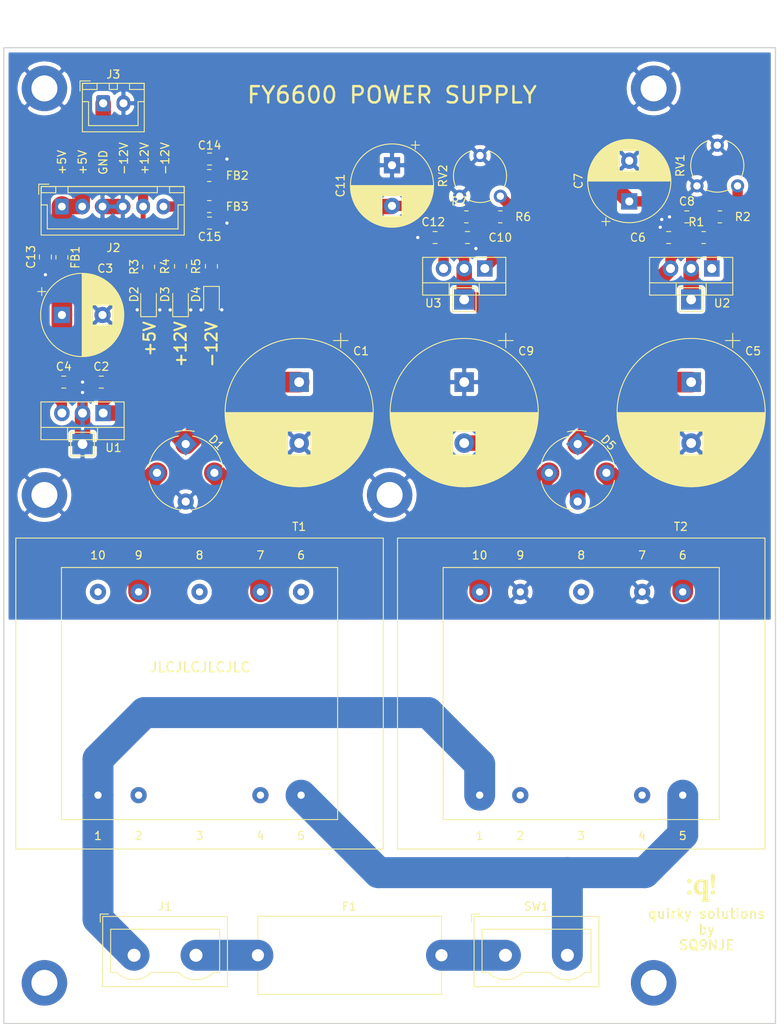
<source format=kicad_pcb>
(kicad_pcb (version 20171130) (host pcbnew 5.1.9-73d0e3b20d~88~ubuntu20.04.1)
  (title_block (title "FY6600 Power Supply") (date 2021-01-06) (rev 1.0) (company "Quirky Solutions"))
  (layers (0 F.Cu signal) (31 B.Cu signal) (34 B.Paste user) (35 F.Paste user) (36 B.SilkS user) (37 F.SilkS user) (38 B.Mask user) (39 F.Mask user) (44 Edge.Cuts user))
  (net 0 "")
  (net 1 GND)
  (net 2 "Net-(C1-Pad1)")
  (net 3 +5V)
  (net 4 "Net-(C5-Pad1)")
  (net 5 +12V)
  (net 6 "Net-(C10-Pad2)")
  (net 7 -12V)
  (net 8 "Net-(D1-Pad2)")
  (net 9 "Net-(D1-Pad4)")
  (net 10 "Net-(D2-Pad2)")
  (net 11 "Net-(D3-Pad2)")
  (net 12 "Net-(D4-Pad1)")
  (net 13 "Net-(D5-Pad2)")
  (net 14 "Net-(D5-Pad4)")
  (net 15 "Net-(F1-Pad2)")
  (net 16 "Net-(F1-Pad1)")
  (net 17 "Net-(J1-Pad1)")
  (net 18 "Net-(R1-Pad2)")
  (net 19 "Net-(R2-Pad2)")
  (net 20 "Net-(R6-Pad2)")
  (net 21 "Net-(R6-Pad1)")
  (net 22 "Net-(SW1-Pad2)")
  (net 23 "Net-(H1-Pad1)")
  (net 24 "Net-(H2-Pad1)")
  (net 25 "Net-(C3-Pad1)")
  (net 26 "Net-(C7-Pad1)")
  (net 27 "Net-(C11-Pad2)")
  (module Connector_JST:JST_XH_B2B-XH-A_1x02_P2.50mm_Vertical (layer F.Cu) (at 62.23 36.83)
    (fp_text reference J3 (at 1.25 -3.55) (layer F.SilkS))
    (fp_text value Conn_01x02)
    (pad 2 thru_hole oval (at 2.5 0) (size 1.7 2) (drill 1) (layers *.Cu *.Mask) (net 1 GND))
    (pad 1 thru_hole roundrect (at 0 0) (size 1.7 2) (drill 1) (layers *.Cu *.Mask) (roundrect_rratio 0.147059) (net 3 +5V))
  )
  (module Resistor_SMD:R_0805_2012Metric_Pad1.20x1.40mm_HandSolder (layer F.Cu) (at 75.295 49.53)
    (fp_text reference FB3 (at 3.445 0) (layer F.SilkS))
    (fp_text value Z0805C221BPWZT)
    (pad 2 smd roundrect (at 1 0) (size 1.2 1.4) (layers F.Cu F.Paste F.Mask) (roundrect_rratio 0.208333) (net 27 "Net-(C11-Pad2)"))
    (pad 1 smd roundrect (at -1 0) (size 1.2 1.4) (layers F.Cu F.Paste F.Mask) (roundrect_rratio 0.208333) (net 7 -12V))
  )
  (module Resistor_SMD:R_0805_2012Metric_Pad1.20x1.40mm_HandSolder (layer F.Cu) (at 75.295 45.72)
    (fp_text reference FB2 (at 3.445 0) (layer F.SilkS))
    (fp_text value Z0805C221BPWZT)
    (pad 2 smd roundrect (at 1 0) (size 1.2 1.4) (layers F.Cu F.Paste F.Mask) (roundrect_rratio 0.208333) (net 26 "Net-(C7-Pad1)"))
    (pad 1 smd roundrect (at -1 0) (size 1.2 1.4) (layers F.Cu F.Paste F.Mask) (roundrect_rratio 0.208333) (net 5 +12V))
  )
  (module Resistor_SMD:R_0805_2012Metric_Pad1.20x1.40mm_HandSolder (layer F.Cu) (at 57.15 55.775 270)
    (fp_text reference FB1 (at 0 -1.65 90) (layer F.SilkS))
    (fp_text value Z0805C221BPWZT)
    (pad 2 smd roundrect (at 1 0 270) (size 1.2 1.4) (layers F.Cu F.Paste F.Mask) (roundrect_rratio 0.208333) (net 25 "Net-(C3-Pad1)"))
    (pad 1 smd roundrect (at -1 0 270) (size 1.2 1.4) (layers F.Cu F.Paste F.Mask) (roundrect_rratio 0.208333) (net 3 +5V))
  )
  (module Capacitor_SMD:C_0805_2012Metric_Pad1.18x1.45mm_HandSolder (layer F.Cu) (at 75.3325 51.562 180)
    (fp_text reference C15 (at 0 -1.68) (layer F.SilkS))
    (fp_text value 10n)
    (pad 2 smd roundrect (at 1.0375 0 180) (size 1.175 1.45) (layers F.Cu F.Paste F.Mask) (roundrect_rratio 0.212766) (net 7 -12V))
    (pad 1 smd roundrect (at -1.0375 0 180) (size 1.175 1.45) (layers F.Cu F.Paste F.Mask) (roundrect_rratio 0.212766) (net 1 GND))
  )
  (module Capacitor_SMD:C_0805_2012Metric_Pad1.18x1.45mm_HandSolder (layer F.Cu) (at 75.3325 43.688)
    (fp_text reference C14 (at 0 -1.68) (layer F.SilkS))
    (fp_text value 10n)
    (pad 2 smd roundrect (at 1.0375 0) (size 1.175 1.45) (layers F.Cu F.Paste F.Mask) (roundrect_rratio 0.212766) (net 1 GND))
    (pad 1 smd roundrect (at -1.0375 0) (size 1.175 1.45) (layers F.Cu F.Paste F.Mask) (roundrect_rratio 0.212766) (net 5 +12V))
  )
  (module Capacitor_SMD:C_0805_2012Metric_Pad1.18x1.45mm_HandSolder (layer F.Cu) (at 55.118 55.7315 270)
    (fp_text reference C13 (at 0 1.778 90) (layer F.SilkS))
    (fp_text value 10n)
    (pad 2 smd roundrect (at 1.0375 0 270) (size 1.175 1.45) (layers F.Cu F.Paste F.Mask) (roundrect_rratio 0.212766) (net 1 GND))
    (pad 1 smd roundrect (at -1.0375 0 270) (size 1.175 1.45) (layers F.Cu F.Paste F.Mask) (roundrect_rratio 0.212766) (net 3 +5V))
  )
  (module QS_RF:qs_logo (layer F.Cu) (at 135.89 133.35)
    (fp_text reference Ref** hide)
    (fp_text value Val** hide)
  )
  (module MountingHole:MountingHole_3.2mm_M3_DIN965_Pad (layer F.Cu) (at 130 35)
    (fp_text reference H6 hide)
    (fp_text value MountingHole_Pad hide)
    (pad 1 thru_hole circle (at 0 0) (size 5.6 5.6) (drill 3.2) (layers *.Cu *.Mask) (net 1 GND))
  )
  (module MountingHole:MountingHole_3.2mm_M3_DIN965_Pad (layer F.Cu) (at 55 35)
    (fp_text reference H5 hide)
    (fp_text value MountingHole_Pad hide)
    (pad 1 thru_hole circle (at 0 0) (size 5.6 5.6) (drill 3.2) (layers *.Cu *.Mask) (net 1 GND))
  )
  (module Package_TO_SOT_THT:TO-220-3_Vertical (layer F.Cu) (at 109.22 57.15 180)
    (fp_text reference U3 (at 6.35 -4.27) (layer F.SilkS))
    (fp_text value LM337_TO220)
    (pad 3 thru_hole oval (at 5.08 0 180) (size 1.905 2) (drill 1.1) (layers *.Cu *.Mask) (net 27 "Net-(C11-Pad2)"))
    (pad 2 thru_hole oval (at 2.54 0 180) (size 1.905 2) (drill 1.1) (layers *.Cu *.Mask) (net 6 "Net-(C10-Pad2)"))
    (pad 1 thru_hole rect (at 0 0 180) (size 1.905 2) (drill 1.1) (layers *.Cu *.Mask) (net 20 "Net-(R6-Pad2)"))
  )
  (module Package_TO_SOT_THT:TO-220-3_Vertical (layer F.Cu) (at 137.16 57.15 180)
    (fp_text reference U2 (at -1.27 -4.27) (layer F.SilkS))
    (fp_text value LM317_TO-220)
    (pad 3 thru_hole oval (at 5.08 0 180) (size 1.905 2) (drill 1.1) (layers *.Cu *.Mask) (net 4 "Net-(C5-Pad1)"))
    (pad 2 thru_hole oval (at 2.54 0 180) (size 1.905 2) (drill 1.1) (layers *.Cu *.Mask) (net 26 "Net-(C7-Pad1)"))
    (pad 1 thru_hole rect (at 0 0 180) (size 1.905 2) (drill 1.1) (layers *.Cu *.Mask) (net 18 "Net-(R1-Pad2)"))
  )
  (module Package_TO_SOT_THT:TO-220-3_Vertical (layer F.Cu) (at 62.23 74.93 180)
    (fp_text reference U1 (at -1.27 -4.27) (layer F.SilkS))
    (fp_text value LM7805_TO220)
    (pad 3 thru_hole oval (at 5.08 0 180) (size 1.905 2) (drill 1.1) (layers *.Cu *.Mask) (net 25 "Net-(C3-Pad1)"))
    (pad 2 thru_hole oval (at 2.54 0 180) (size 1.905 2) (drill 1.1) (layers *.Cu *.Mask) (net 1 GND))
    (pad 1 thru_hole rect (at 0 0 180) (size 1.905 2) (drill 1.1) (layers *.Cu *.Mask) (net 2 "Net-(C1-Pad1)"))
  )
  (module Transformer_THT:Transformer_Breve_TEZ-38x45 (layer F.Cu) (at 108.585 121.92)
    (fp_text reference T2 (at 24.765 -33.02) (layer F.SilkS))
    (fp_text value Transformer_1P_2S)
    (fp_text user 1 (at 0 5) (layer F.SilkS))
    (fp_text user 2 (at 5 5) (layer F.SilkS))
    (fp_text user 3 (at 12.5 5) (layer F.SilkS))
    (fp_text user 4 (at 20 5) (layer F.SilkS))
    (fp_text user 5 (at 25 5) (layer F.SilkS))
    (fp_text user 6 (at 25 -29.5) (layer F.SilkS))
    (fp_text user 7 (at 20 -29.5) (layer F.SilkS))
    (fp_text user 8 (at 12.5 -29.5) (layer F.SilkS))
    (fp_text user 9 (at 5 -29.5) (layer F.SilkS))
    (fp_text user 10 (at 0 -29.5) (layer F.SilkS))
    (pad 10 thru_hole circle (at 0 -25) (size 2 2) (drill 0.9) (layers *.Cu *.Mask) (net 13 "Net-(D5-Pad2)"))
    (pad 9 thru_hole circle (at 5 -25) (size 2 2) (drill 0.9) (layers *.Cu *.Mask) (net 1 GND))
    (pad 8 thru_hole circle (at 12.5 -25) (size 2 2) (drill 0.9) (layers *.Cu *.Mask))
    (pad 7 thru_hole circle (at 20 -25) (size 2 2) (drill 0.9) (layers *.Cu *.Mask) (net 1 GND))
    (pad 6 thru_hole circle (at 25 -25) (size 2 2) (drill 0.9) (layers *.Cu *.Mask) (net 14 "Net-(D5-Pad4)"))
    (pad 5 thru_hole circle (at 25 0) (size 2 2) (drill 0.9) (layers *.Cu *.Mask) (net 22 "Net-(SW1-Pad2)"))
    (pad 4 thru_hole circle (at 20 0) (size 2 2) (drill 0.9) (layers *.Cu *.Mask))
    (pad 2 thru_hole circle (at 5 0) (size 2 2) (drill 0.9) (layers *.Cu *.Mask))
    (pad 1 thru_hole rect (at 0 0) (size 2 2) (drill 0.9) (layers *.Cu *.Mask) (net 17 "Net-(J1-Pad1)"))
  )
  (module Transformer_THT:Transformer_Breve_TEZ-38x45 (layer F.Cu) (at 61.595 121.92)
    (fp_text reference T1 (at 24.765 -33.02) (layer F.SilkS))
    (fp_text value Transformer_1P_1S)
    (fp_text user 1 (at 0 5) (layer F.SilkS))
    (fp_text user 2 (at 5 5) (layer F.SilkS))
    (fp_text user 3 (at 12.5 5) (layer F.SilkS))
    (fp_text user 4 (at 20 5) (layer F.SilkS))
    (fp_text user 5 (at 25 5) (layer F.SilkS))
    (fp_text user 6 (at 25 -29.5) (layer F.SilkS))
    (fp_text user 7 (at 20 -29.5) (layer F.SilkS))
    (fp_text user 8 (at 12.5 -29.5) (layer F.SilkS))
    (fp_text user 9 (at 5 -29.5) (layer F.SilkS))
    (fp_text user 10 (at 0 -29.5) (layer F.SilkS))
    (pad 10 thru_hole circle (at 0 -25) (size 2 2) (drill 0.9) (layers *.Cu *.Mask))
    (pad 9 thru_hole circle (at 5 -25) (size 2 2) (drill 0.9) (layers *.Cu *.Mask) (net 8 "Net-(D1-Pad2)"))
    (pad 8 thru_hole circle (at 12.5 -25) (size 2 2) (drill 0.9) (layers *.Cu *.Mask))
    (pad 7 thru_hole circle (at 20 -25) (size 2 2) (drill 0.9) (layers *.Cu *.Mask) (net 9 "Net-(D1-Pad4)"))
    (pad 6 thru_hole circle (at 25 -25) (size 2 2) (drill 0.9) (layers *.Cu *.Mask))
    (pad 5 thru_hole circle (at 25 0) (size 2 2) (drill 0.9) (layers *.Cu *.Mask) (net 22 "Net-(SW1-Pad2)"))
    (pad 4 thru_hole circle (at 20 0) (size 2 2) (drill 0.9) (layers *.Cu *.Mask))
    (pad 2 thru_hole circle (at 5 0) (size 2 2) (drill 0.9) (layers *.Cu *.Mask))
    (pad 1 thru_hole rect (at 0 0) (size 2 2) (drill 0.9) (layers *.Cu *.Mask) (net 17 "Net-(J1-Pad1)"))
  )
  (module TerminalBlock:TerminalBlock_Wuerth_691311400102_P7.62mm (layer F.Cu) (at 111.76 141.605)
    (fp_text reference SW1 (at 3.81 -6) (layer F.SilkS))
    (fp_text value SW_SPST)
    (pad 2 thru_hole circle (at 7.62 0) (size 2.54 2.54) (drill 1.6) (layers *.Cu *.Mask) (net 22 "Net-(SW1-Pad2)"))
    (pad 1 thru_hole rect (at 0 0) (size 2.54 2.54) (drill 1.6) (layers *.Cu *.Mask) (net 15 "Net-(F1-Pad2)"))
  )
  (module Potentiometer_THT:Potentiometer_Piher_PT-6-V_Vertical (layer F.Cu) (at 111.125 48.26 90)
    (fp_text reference RV2 (at 2.5 -7.06 90) (layer F.SilkS))
    (fp_text value 3.3k)
    (pad 1 thru_hole circle (at 0 0 90) (size 1.62 1.62) (drill 0.9) (layers *.Cu *.Mask) (net 21 "Net-(R6-Pad1)"))
    (pad 2 thru_hole circle (at 5 -2.5 90) (size 1.62 1.62) (drill 0.9) (layers *.Cu *.Mask) (net 1 GND))
    (pad 3 thru_hole circle (at 0 -5 90) (size 1.62 1.62) (drill 0.9) (layers *.Cu *.Mask) (net 1 GND))
  )
  (module Potentiometer_THT:Potentiometer_Piher_PT-6-V_Vertical (layer F.Cu) (at 140.335 46.99 90)
    (fp_text reference RV1 (at 2.5 -7.06 90) (layer F.SilkS))
    (fp_text value 3.3k)
    (pad 1 thru_hole circle (at 0 0 90) (size 1.62 1.62) (drill 0.9) (layers *.Cu *.Mask) (net 19 "Net-(R2-Pad2)"))
    (pad 2 thru_hole circle (at 5 -2.5 90) (size 1.62 1.62) (drill 0.9) (layers *.Cu *.Mask) (net 1 GND))
    (pad 3 thru_hole circle (at 0 -5 90) (size 1.62 1.62) (drill 0.9) (layers *.Cu *.Mask) (net 1 GND))
  )
  (module Resistor_SMD:R_0805_2012Metric_Pad1.20x1.40mm_HandSolder (layer F.Cu) (at 106.95 50.8 180)
    (fp_text reference R7 (at 0.905 1.905) (layer F.SilkS))
    (fp_text value 1k)
    (pad 2 smd roundrect (at 1 0 180) (size 1.2 1.4) (layers F.Cu F.Paste F.Mask) (roundrect_rratio 0.208333) (net 27 "Net-(C11-Pad2)"))
    (pad 1 smd roundrect (at -1 0 180) (size 1.2 1.4) (layers F.Cu F.Paste F.Mask) (roundrect_rratio 0.208333) (net 20 "Net-(R6-Pad2)"))
  )
  (module Resistor_SMD:R_0805_2012Metric_Pad1.20x1.40mm_HandSolder (layer F.Cu) (at 111.125 50.8 180)
    (fp_text reference R6 (at -2.81 0) (layer F.SilkS))
    (fp_text value 8.2k)
    (pad 2 smd roundrect (at 1 0 180) (size 1.2 1.4) (layers F.Cu F.Paste F.Mask) (roundrect_rratio 0.208333) (net 20 "Net-(R6-Pad2)"))
    (pad 1 smd roundrect (at -1 0 180) (size 1.2 1.4) (layers F.Cu F.Paste F.Mask) (roundrect_rratio 0.208333) (net 21 "Net-(R6-Pad1)"))
  )
  (module Resistor_SMD:R_0805_2012Metric_Pad1.20x1.40mm_HandSolder (layer F.Cu) (at 75.565 56.88 270)
    (fp_text reference R5 (at 0 1.905 90) (layer F.SilkS))
    (fp_text value 4.7k)
    (pad 2 smd roundrect (at 1 0 270) (size 1.2 1.4) (layers F.Cu F.Paste F.Mask) (roundrect_rratio 0.208333) (net 12 "Net-(D4-Pad1)"))
    (pad 1 smd roundrect (at -1 0 270) (size 1.2 1.4) (layers F.Cu F.Paste F.Mask) (roundrect_rratio 0.208333) (net 7 -12V))
  )
  (module Resistor_SMD:R_0805_2012Metric_Pad1.20x1.40mm_HandSolder (layer F.Cu) (at 71.755 56.88 270)
    (fp_text reference R4 (at 0 1.905 90) (layer F.SilkS))
    (fp_text value 4.7k)
    (pad 2 smd roundrect (at 1 0 270) (size 1.2 1.4) (layers F.Cu F.Paste F.Mask) (roundrect_rratio 0.208333) (net 11 "Net-(D3-Pad2)"))
    (pad 1 smd roundrect (at -1 0 270) (size 1.2 1.4) (layers F.Cu F.Paste F.Mask) (roundrect_rratio 0.208333) (net 5 +12V))
  )
  (module Resistor_SMD:R_0805_2012Metric_Pad1.20x1.40mm_HandSolder (layer F.Cu) (at 67.83 56.94444 270)
    (fp_text reference R3 (at 0 1.79 90) (layer F.SilkS))
    (fp_text value 2.2k)
    (pad 2 smd roundrect (at 1 0 270) (size 1.2 1.4) (layers F.Cu F.Paste F.Mask) (roundrect_rratio 0.208333) (net 10 "Net-(D2-Pad2)"))
    (pad 1 smd roundrect (at -1 0 270) (size 1.2 1.4) (layers F.Cu F.Paste F.Mask) (roundrect_rratio 0.208333) (net 3 +5V))
  )
  (module Resistor_SMD:R_0805_2012Metric_Pad1.20x1.40mm_HandSolder (layer F.Cu) (at 138.16 50.8)
    (fp_text reference R2 (at 2.81 0) (layer F.SilkS))
    (fp_text value 8.2k)
    (pad 2 smd roundrect (at 1 0) (size 1.2 1.4) (layers F.Cu F.Paste F.Mask) (roundrect_rratio 0.208333) (net 19 "Net-(R2-Pad2)"))
    (pad 1 smd roundrect (at -1 0) (size 1.2 1.4) (layers F.Cu F.Paste F.Mask) (roundrect_rratio 0.208333) (net 18 "Net-(R1-Pad2)"))
  )
  (module Resistor_SMD:R_0805_2012Metric_Pad1.20x1.40mm_HandSolder (layer F.Cu) (at 136.16 53.34)
    (fp_text reference R1 (at -0.905 -1.905) (layer F.SilkS))
    (fp_text value 1k)
    (pad 2 smd roundrect (at 1 0) (size 1.2 1.4) (layers F.Cu F.Paste F.Mask) (roundrect_rratio 0.208333) (net 18 "Net-(R1-Pad2)"))
    (pad 1 smd roundrect (at -1 0) (size 1.2 1.4) (layers F.Cu F.Paste F.Mask) (roundrect_rratio 0.208333) (net 26 "Net-(C7-Pad1)"))
  )
  (module Connector_JST:JST_XH_B6B-XH-A_1x06_P2.50mm_Vertical (layer F.Cu) (at 57.15 49.53)
    (fp_text reference J2 (at 6.35 5.08) (layer F.SilkS))
    (fp_text value Conn_01x06)
    (pad 6 thru_hole oval (at 12.5 0) (size 1.7 1.95) (drill 0.95) (layers *.Cu *.Mask) (net 7 -12V))
    (pad 5 thru_hole oval (at 10 0) (size 1.7 1.95) (drill 0.95) (layers *.Cu *.Mask) (net 5 +12V))
    (pad 4 thru_hole oval (at 7.5 0) (size 1.7 1.95) (drill 0.95) (layers *.Cu *.Mask) (net 1 GND))
    (pad 3 thru_hole oval (at 5 0) (size 1.7 1.95) (drill 0.95) (layers *.Cu *.Mask) (net 1 GND))
    (pad 2 thru_hole oval (at 2.5 0) (size 1.7 1.95) (drill 0.95) (layers *.Cu *.Mask) (net 3 +5V))
    (pad 1 thru_hole roundrect (at 0 0) (size 1.7 1.95) (drill 0.95) (layers *.Cu *.Mask) (roundrect_rratio 0.147059) (net 3 +5V))
  )
  (module TerminalBlock:TerminalBlock_Wuerth_691311400102_P7.62mm (layer F.Cu) (at 66.04 141.605)
    (fp_text reference J1 (at 3.81 -6) (layer F.SilkS))
    (fp_text value Conn_01x02)
    (pad 2 thru_hole circle (at 7.62 0) (size 2.54 2.54) (drill 1.6) (layers *.Cu *.Mask) (net 16 "Net-(F1-Pad1)"))
    (pad 1 thru_hole rect (at 0 0) (size 2.54 2.54) (drill 1.6) (layers *.Cu *.Mask) (net 17 "Net-(J1-Pad1)"))
  )
  (module TestPoint:TestPoint_THTPad_2.5x2.5mm_Drill1.2mm (layer F.Cu) (at 106.68 60.96)
    (fp_text reference HS3 hide)
    (fp_text value Heatsink_Pad hide)
    (pad 1 thru_hole rect (at 0 0) (size 2.5 2.5) (drill 1.2) (layers *.Cu *.Mask) (net 6 "Net-(C10-Pad2)"))
  )
  (module TestPoint:TestPoint_THTPad_2.5x2.5mm_Drill1.2mm (layer F.Cu) (at 134.62 60.96)
    (fp_text reference HS2 hide)
    (fp_text value Heatsink_Pad hide)
    (pad 1 thru_hole rect (at 0 0) (size 2.5 2.5) (drill 1.2) (layers *.Cu *.Mask) (net 26 "Net-(C7-Pad1)"))
  )
  (module TestPoint:TestPoint_THTPad_2.5x2.5mm_Drill1.2mm (layer F.Cu) (at 59.69 78.74 90)
    (fp_text reference HS1 hide)
    (fp_text value Heatsink_Pad hide)
    (pad 1 thru_hole rect (at 0 0 90) (size 2.5 2.5) (drill 1.2) (layers *.Cu *.Mask) (net 1 GND))
  )
  (module MountingHole:MountingHole_3.2mm_M3_DIN965_Pad (layer F.Cu) (at 55 85)
    (fp_text reference H4 hide)
    (fp_text value MountingHole_Pad hide)
    (pad 1 thru_hole circle (at 0 0) (size 5.6 5.6) (drill 3.2) (layers *.Cu *.Mask) (net 1 GND))
  )
  (module MountingHole:MountingHole_3.2mm_M3_DIN965_Pad (layer F.Cu) (at 97.5 85)
    (fp_text reference H3 hide)
    (fp_text value MountingHole_Pad hide)
    (pad 1 thru_hole circle (at 0 0) (size 5.6 5.6) (drill 3.2) (layers *.Cu *.Mask) (net 1 GND))
  )
  (module MountingHole:MountingHole_3.2mm_M3_DIN965_Pad (layer F.Cu) (at 130 145)
    (fp_text reference H2 hide)
    (fp_text value MountingHole_Pad hide)
    (pad 1 thru_hole circle (at 0 0) (size 5.6 5.6) (drill 3.2) (layers *.Cu *.Mask) (net 24 "Net-(H2-Pad1)"))
  )
  (module MountingHole:MountingHole_3.2mm_M3_DIN965_Pad (layer F.Cu) (at 55 145)
    (fp_text reference H1 hide)
    (fp_text value MountingHole_Pad hide)
    (pad 1 thru_hole circle (at 0 0) (size 5.6 5.6) (drill 3.2) (layers *.Cu *.Mask) (net 23 "Net-(H1-Pad1)"))
  )
  (module Fuse:Fuseholder_Cylinder-5x20mm_Stelvio-Kontek_PTF78_Horizontal_Open (layer F.Cu) (at 81.28 141.605)
    (fp_text reference F1 (at 11.25 -6) (layer F.SilkS))
    (fp_text value 200mA)
    (pad 2 thru_hole circle (at 22.6 0) (size 3 3) (drill 1.5) (layers *.Cu *.Mask) (net 15 "Net-(F1-Pad2)"))
    (pad 1 thru_hole circle (at 0 0) (size 3 3) (drill 1.5) (layers *.Cu *.Mask) (net 16 "Net-(F1-Pad1)"))
  )
  (module Diode_THT:Diode_Bridge_Round_D9.0mm (layer F.Cu) (at 120.65 78.74 315)
    (fp_text reference D5 (at 2.54 -2.794 135) (layer F.SilkS))
    (fp_text value D_Bridge_+A-A)
    (pad 1 thru_hole rect (at 0 0 315) (size 2 2) (drill 1) (layers *.Cu *.Mask) (net 4 "Net-(C5-Pad1)"))
    (pad 3 thru_hole oval (at 5 5 315) (size 2 2) (drill 1) (layers *.Cu *.Mask) (net 6 "Net-(C10-Pad2)"))
    (pad 2 thru_hole oval (at 0 5 315) (size 2 2) (drill 1) (layers *.Cu *.Mask) (net 13 "Net-(D5-Pad2)"))
    (pad 4 thru_hole oval (at 5 0 315) (size 2 2) (drill 1) (layers *.Cu *.Mask) (net 14 "Net-(D5-Pad4)"))
  )
  (module Diode_SMD:D_0805_2012Metric_Pad1.15x1.40mm_HandSolder (layer F.Cu) (at 75.565 61.214 270)
    (fp_text reference D4 (at -0.889 1.905 90) (layer F.SilkS))
    (fp_text value LED_Small)
    (pad 2 smd roundrect (at 1.025 0 270) (size 1.15 1.4) (layers F.Cu F.Paste F.Mask) (roundrect_rratio 0.217391) (net 1 GND))
    (pad 1 smd roundrect (at -1.025 0 270) (size 1.15 1.4) (layers F.Cu F.Paste F.Mask) (roundrect_rratio 0.217391) (net 12 "Net-(D4-Pad1)"))
  )
  (module Diode_SMD:D_0805_2012Metric_Pad1.15x1.40mm_HandSolder (layer F.Cu) (at 71.755 61.214 90)
    (fp_text reference D3 (at 0.889 -1.905 90) (layer F.SilkS))
    (fp_text value LED_Small)
    (pad 2 smd roundrect (at 1.025 0 90) (size 1.15 1.4) (layers F.Cu F.Paste F.Mask) (roundrect_rratio 0.217391) (net 11 "Net-(D3-Pad2)"))
    (pad 1 smd roundrect (at -1.025 0 90) (size 1.15 1.4) (layers F.Cu F.Paste F.Mask) (roundrect_rratio 0.217391) (net 1 GND))
  )
  (module Diode_SMD:D_0805_2012Metric_Pad1.15x1.40mm_HandSolder (layer F.Cu) (at 67.818 61.214 90)
    (fp_text reference D2 (at 0.889 -1.778 90) (layer F.SilkS))
    (fp_text value LED_Small)
    (pad 2 smd roundrect (at 1.025 0 90) (size 1.15 1.4) (layers F.Cu F.Paste F.Mask) (roundrect_rratio 0.217391) (net 10 "Net-(D2-Pad2)"))
    (pad 1 smd roundrect (at -1.025 0 90) (size 1.15 1.4) (layers F.Cu F.Paste F.Mask) (roundrect_rratio 0.217391) (net 1 GND))
  )
  (module Diode_THT:Diode_Bridge_Round_D9.0mm (layer F.Cu) (at 72.39 78.74 315)
    (fp_text reference D1 (at 2.54 -2.794 135) (layer F.SilkS))
    (fp_text value D_Bridge_+A-A)
    (pad 1 thru_hole rect (at 0 0 315) (size 2 2) (drill 1) (layers *.Cu *.Mask) (net 2 "Net-(C1-Pad1)"))
    (pad 3 thru_hole oval (at 5 5 315) (size 2 2) (drill 1) (layers *.Cu *.Mask) (net 1 GND))
    (pad 2 thru_hole oval (at 0 5 315) (size 2 2) (drill 1) (layers *.Cu *.Mask) (net 8 "Net-(D1-Pad2)"))
    (pad 4 thru_hole oval (at 5 0 315) (size 2 2) (drill 1) (layers *.Cu *.Mask) (net 9 "Net-(D1-Pad4)"))
  )
  (module Capacitor_SMD:C_0805_2012Metric_Pad1.18x1.45mm_HandSolder (layer F.Cu) (at 103.1025 53.34)
    (fp_text reference C12 (at -0.2325 -1.905) (layer F.SilkS))
    (fp_text value 100n)
    (pad 2 smd roundrect (at 1.0375 0) (size 1.175 1.45) (layers F.Cu F.Paste F.Mask) (roundrect_rratio 0.212766) (net 27 "Net-(C11-Pad2)"))
    (pad 1 smd roundrect (at -1.0375 0) (size 1.175 1.45) (layers F.Cu F.Paste F.Mask) (roundrect_rratio 0.212766) (net 1 GND))
  )
  (module Capacitor_THT:CP_Radial_D10.0mm_P5.00mm (layer F.Cu) (at 97.79 44.45 270)
    (fp_text reference C11 (at 2.5 6.35 90) (layer F.SilkS))
    (fp_text value 470u)
    (pad 2 thru_hole circle (at 5 0 270) (size 2 2) (drill 1) (layers *.Cu *.Mask) (net 27 "Net-(C11-Pad2)"))
    (pad 1 thru_hole rect (at 0 0 270) (size 2 2) (drill 1) (layers *.Cu *.Mask) (net 1 GND))
  )
  (module Capacitor_SMD:C_0805_2012Metric_Pad1.18x1.45mm_HandSolder (layer F.Cu) (at 107.0825 53.34 180)
    (fp_text reference C10 (at -4.0425 0) (layer F.SilkS))
    (fp_text value 100n)
    (pad 2 smd roundrect (at 1.0375 0 180) (size 1.175 1.45) (layers F.Cu F.Paste F.Mask) (roundrect_rratio 0.212766) (net 6 "Net-(C10-Pad2)"))
    (pad 1 smd roundrect (at -1.0375 0 180) (size 1.175 1.45) (layers F.Cu F.Paste F.Mask) (roundrect_rratio 0.212766) (net 1 GND))
  )
  (module Capacitor_THT:CP_Radial_D18.0mm_P7.50mm (layer F.Cu) (at 106.68 71.12 270)
    (fp_text reference C9 (at -3.81 -7.62 180) (layer F.SilkS))
    (fp_text value 2200u)
    (pad 2 thru_hole circle (at 7.5 0 270) (size 2.4 2.4) (drill 1.2) (layers *.Cu *.Mask) (net 6 "Net-(C10-Pad2)"))
    (pad 1 thru_hole rect (at 0 0 270) (size 2.4 2.4) (drill 1.2) (layers *.Cu *.Mask) (net 1 GND))
  )
  (module Capacitor_SMD:C_0805_2012Metric_Pad1.18x1.45mm_HandSolder (layer F.Cu) (at 134.0905 50.8 180)
    (fp_text reference C8 (at 0 1.905) (layer F.SilkS))
    (fp_text value 100n)
    (pad 2 smd roundrect (at 1.0375 0 180) (size 1.175 1.45) (layers F.Cu F.Paste F.Mask) (roundrect_rratio 0.212766) (net 1 GND))
    (pad 1 smd roundrect (at -1.0375 0 180) (size 1.175 1.45) (layers F.Cu F.Paste F.Mask) (roundrect_rratio 0.212766) (net 26 "Net-(C7-Pad1)"))
  )
  (module Capacitor_THT:CP_Radial_D10.0mm_P5.00mm (layer F.Cu) (at 127 48.895 90)
    (fp_text reference C7 (at 2.5 -6.25 90) (layer F.SilkS))
    (fp_text value 470u)
    (pad 2 thru_hole circle (at 5 0 90) (size 2 2) (drill 1) (layers *.Cu *.Mask) (net 1 GND))
    (pad 1 thru_hole rect (at 0 0 90) (size 2 2) (drill 1) (layers *.Cu *.Mask) (net 26 "Net-(C7-Pad1)"))
  )
  (module Capacitor_SMD:C_0805_2012Metric_Pad1.18x1.45mm_HandSolder (layer F.Cu) (at 131.8475 53.34 180)
    (fp_text reference C6 (at 3.7885 0) (layer F.SilkS))
    (fp_text value 100n)
    (pad 2 smd roundrect (at 1.0375 0 180) (size 1.175 1.45) (layers F.Cu F.Paste F.Mask) (roundrect_rratio 0.212766) (net 1 GND))
    (pad 1 smd roundrect (at -1.0375 0 180) (size 1.175 1.45) (layers F.Cu F.Paste F.Mask) (roundrect_rratio 0.212766) (net 4 "Net-(C5-Pad1)"))
  )
  (module Capacitor_THT:CP_Radial_D18.0mm_P7.50mm (layer F.Cu) (at 134.62 71.12 270)
    (fp_text reference C5 (at -3.81 -7.62 180) (layer F.SilkS))
    (fp_text value 2200u)
    (pad 2 thru_hole circle (at 7.5 0 270) (size 2.4 2.4) (drill 1.2) (layers *.Cu *.Mask) (net 1 GND))
    (pad 1 thru_hole rect (at 0 0 270) (size 2.4 2.4) (drill 1.2) (layers *.Cu *.Mask) (net 4 "Net-(C5-Pad1)"))
  )
  (module Capacitor_SMD:C_0805_2012Metric_Pad1.18x1.45mm_HandSolder (layer F.Cu) (at 57.3825 71.12)
    (fp_text reference C4 (at 0 -1.905) (layer F.SilkS))
    (fp_text value 100n)
    (pad 2 smd roundrect (at 1.0375 0) (size 1.175 1.45) (layers F.Cu F.Paste F.Mask) (roundrect_rratio 0.212766) (net 1 GND))
    (pad 1 smd roundrect (at -1.0375 0) (size 1.175 1.45) (layers F.Cu F.Paste F.Mask) (roundrect_rratio 0.212766) (net 25 "Net-(C3-Pad1)"))
  )
  (module Capacitor_THT:CP_Radial_D10.0mm_P5.00mm (layer F.Cu) (at 57.15 62.865)
    (fp_text reference C3 (at 5.334 -5.715) (layer F.SilkS))
    (fp_text value 470u)
    (pad 2 thru_hole circle (at 5 0) (size 2 2) (drill 1) (layers *.Cu *.Mask) (net 1 GND))
    (pad 1 thru_hole rect (at 0 0) (size 2 2) (drill 1) (layers *.Cu *.Mask) (net 25 "Net-(C3-Pad1)"))
  )
  (module Capacitor_SMD:C_0805_2012Metric_Pad1.18x1.45mm_HandSolder (layer F.Cu) (at 61.9975 71.12 180)
    (fp_text reference C2 (at 0 1.905) (layer F.SilkS))
    (fp_text value 100n)
    (pad 2 smd roundrect (at 1.0375 0 180) (size 1.175 1.45) (layers F.Cu F.Paste F.Mask) (roundrect_rratio 0.212766) (net 1 GND))
    (pad 1 smd roundrect (at -1.0375 0 180) (size 1.175 1.45) (layers F.Cu F.Paste F.Mask) (roundrect_rratio 0.212766) (net 2 "Net-(C1-Pad1)"))
  )
  (module Capacitor_THT:CP_Radial_D18.0mm_P7.50mm (layer F.Cu) (at 86.36 71.12 270)
    (fp_text reference C1 (at -3.81 -7.62 180) (layer F.SilkS))
    (fp_text value 2200u)
    (pad 2 thru_hole circle (at 7.5 0 270) (size 2.4 2.4) (drill 1.2) (layers *.Cu *.Mask) (net 1 GND))
    (pad 1 thru_hole rect (at 0 0 270) (size 2.4 2.4) (drill 1.2) (layers *.Cu *.Mask) (net 2 "Net-(C1-Pad1)"))
  )
  (gr_text JLCJLCJLCJLC (at 74.168 106.172) (layer F.SilkS) (effects (font (size 1.2 1.2) (thickness 0.2))))
  (gr_text "quirky solutions\nby\nSQ9NJE" (at 136.525 138.43) (layer F.SilkS) (effects (font (size 1.2 1.2) (thickness 0.2))))
  (gr_text "FY6600 POWER SUPPLY" (at 97.79 35.814) (layer F.SilkS) (effects (font (size 2 2) (thickness 0.3))))
  (gr_text -12V (at 64.77 45.72 90) (layer F.SilkS) (effects (font (size 1 1)) (justify left)))
  (gr_text GND (at 62.23 45.72 90) (layer F.SilkS) (effects (font (size 1 1)) (justify left)))
  (gr_text -12V (at 69.85 45.72 90) (layer F.SilkS) (effects (font (size 1 1)) (justify left)))
  (gr_text +12V (at 67.31 45.72 90) (layer F.SilkS) (effects (font (size 1 1)) (justify left)))
  (gr_text +5V (at 59.69 45.72 90) (layer F.SilkS) (effects (font (size 1 1)) (justify left)))
  (gr_text +5V (at 57.15 45.72 90) (layer F.SilkS) (effects (font (size 1 1)) (justify left)))
  (gr_text -12V (at 75.565 63.5 90) (layer F.SilkS) (effects (font (size 1.4 1.4) (thickness 0.25)) (justify right)))
  (gr_text +12V (at 71.755 63.5 90) (layer F.SilkS) (effects (font (size 1.4 1.4) (thickness 0.25)) (justify right)))
  (gr_text +5V (at 67.945 63.5 90) (layer F.SilkS) (effects (font (size 1.4 1.4) (thickness 0.25)) (justify right)))
  (gr_line (start 50 30) (end 50 150) (layer Edge.Cuts) (width 0.15))
  (gr_line (start 145 30) (end 50 30) (layer Edge.Cuts) (width 0.15))
  (gr_line (start 145 150) (end 145 30) (layer Edge.Cuts) (width 0.15))
  (gr_line (start 50 150) (end 145 150) (layer Edge.Cuts) (width 0.15))
  (segment (start 59.69 74.93) (end 59.69 72.39) (width 1.27) (layer F.Cu) (net 1))
  (segment (start 59.69 71.12) (end 59.69 71.12) (width 1.27) (layer F.Cu) (net 1))
  (segment (start 60.96 71.12) (end 59.69 71.12) (width 1.27) (layer F.Cu) (net 1))
  (segment (start 59.69 71.12) (end 58.42 71.12) (width 1.27) (layer F.Cu) (net 1))
  (via (at 59.69 71.12) (size 0.8) (drill 0.4) (layers F.Cu B.Cu) (net 1))
  (segment (start 59.69 72.39) (end 59.69 71.12) (width 1.27) (layer F.Cu) (net 1))
  (via (at 59.69 72.39) (size 0.8) (drill 0.4) (layers F.Cu B.Cu) (net 1))
  (segment (start 59.69 74.93) (end 59.69 76.835) (width 1.905) (layer F.Cu) (net 1))
  (segment (start 59.69 76.835) (end 59.69 78.74) (width 1.905) (layer F.Cu) (net 1))
  (via (at 59.69 76.835) (size 0.8) (drill 0.4) (layers F.Cu B.Cu) (net 1))
  (via (at 100.965 53.34) (size 0.8) (drill 0.4) (layers F.Cu B.Cu) (net 1))
  (segment (start 102.065 53.34) (end 100.965 53.34) (width 1.27) (layer F.Cu) (net 1))
  (segment (start 67.818 62.239) (end 69.206 62.239) (width 1.27) (layer F.Cu) (net 1))
  (segment (start 71.755 62.239) (end 73.016 62.239) (width 1.27) (layer F.Cu) (net 1))
  (via (at 73.016 62.239) (size 0.8) (drill 0.4) (layers F.Cu B.Cu) (net 1))
  (segment (start 74.286 62.239) (end 75.565 62.239) (width 1.27) (layer F.Cu) (net 1))
  (via (at 74.286 62.239) (size 0.8) (drill 0.4) (layers F.Cu B.Cu) (net 1))
  (segment (start 70.476 62.239) (end 71.755 62.239) (width 1.27) (layer F.Cu) (net 1))
  (via (at 70.476 62.239) (size 0.8) (drill 0.4) (layers F.Cu B.Cu) (net 1))
  (via (at 69.206 62.239) (size 0.8) (drill 0.4) (layers F.Cu B.Cu) (net 1))
  (segment (start 62.15 49.53) (end 64.65 49.53) (width 1.905) (layer F.Cu) (net 1))
  (segment (start 66.43 62.239) (end 66.421 62.23) (width 1.27) (layer F.Cu) (net 1))
  (via (at 66.421 62.23) (size 0.8) (drill 0.4) (layers F.Cu B.Cu) (net 1))
  (segment (start 67.818 62.239) (end 66.43 62.239) (width 1.27) (layer F.Cu) (net 1))
  (via (at 76.835 62.23) (size 0.8) (drill 0.4) (layers F.Cu B.Cu) (net 1))
  (segment (start 76.826 62.239) (end 76.835 62.23) (width 1.27) (layer F.Cu) (net 1))
  (segment (start 75.565 62.239) (end 76.826 62.239) (width 1.27) (layer F.Cu) (net 1))
  (segment (start 69.206 62.239) (end 70.476 62.239) (width 1.27) (layer F.Cu) (net 1))
  (segment (start 73.016 62.239) (end 74.286 62.239) (width 1.27) (layer F.Cu) (net 1))
  (via (at 77.47 51.562) (size 0.8) (drill 0.4) (layers F.Cu B.Cu) (net 1))
  (segment (start 76.37 51.562) (end 77.47 51.562) (width 1.27) (layer F.Cu) (net 1))
  (via (at 77.47 43.688) (size 0.8) (drill 0.4) (layers F.Cu B.Cu) (net 1))
  (segment (start 76.37 43.688) (end 77.47 43.688) (width 1.27) (layer F.Cu) (net 1))
  (via (at 55.118 57.912) (size 0.8) (drill 0.4) (layers F.Cu B.Cu) (net 1))
  (segment (start 55.118 56.769) (end 55.118 57.912) (width 1.27) (layer F.Cu) (net 1))
  (via (at 108.119921 54.694079) (size 0.8) (drill 0.4) (layers F.Cu B.Cu) (net 1))
  (segment (start 108.12 53.34) (end 108.12 54.694) (width 1.27) (layer F.Cu) (net 1))
  (segment (start 108.12 54.694) (end 108.119921 54.694079) (width 1.27) (layer F.Cu) (net 1))
  (segment (start 133.053 50.8) (end 131.953 50.8) (width 1.27) (layer F.Cu) (net 1))
  (segment (start 130.81 51.308) (end 130.81 52.07) (width 1.27) (layer F.Cu) (net 1))
  (segment (start 131.318 50.8) (end 131.0005 51.1175) (width 1.27) (layer F.Cu) (net 1))
  (segment (start 130.81 52.07) (end 130.81 53.34) (width 1.27) (layer F.Cu) (net 1))
  (via (at 130.81 52.07) (size 0.8) (drill 0.4) (layers F.Cu B.Cu) (net 1))
  (segment (start 131.953 50.8) (end 131.318 50.8) (width 1.27) (layer F.Cu) (net 1))
  (via (at 131.953 50.8) (size 0.8) (drill 0.4) (layers F.Cu B.Cu) (net 1))
  (segment (start 131.0005 51.1175) (end 130.81 51.308) (width 1.27) (layer F.Cu) (net 1))
  (via (at 131.0005 51.1175) (size 0.8) (drill 0.4) (layers F.Cu B.Cu) (net 1))
  (segment (start 63.035 71.12) (end 63.035 72.855) (width 1.27) (layer F.Cu) (net 2))
  (segment (start 62.23 73.66) (end 62.23 74.93) (width 1.27) (layer F.Cu) (net 2))
  (segment (start 63.035 72.855) (end 62.23 73.66) (width 1.27) (layer F.Cu) (net 2))
  (segment (start 68.58 74.93) (end 72.39 78.74) (width 1.905) (layer F.Cu) (net 2))
  (segment (start 62.23 74.93) (end 68.58 74.93) (width 1.905) (layer F.Cu) (net 2))
  (segment (start 80.01 71.12) (end 72.39 78.74) (width 2.54) (layer F.Cu) (net 2))
  (segment (start 86.36 71.12) (end 80.01 71.12) (width 2.54) (layer F.Cu) (net 2))
  (segment (start 56.345 71.12) (end 56.345 72.855) (width 1.27) (layer F.Cu) (net 25))
  (segment (start 57.15 73.66) (end 57.15 74.93) (width 1.27) (layer F.Cu) (net 25))
  (segment (start 56.345 72.855) (end 57.15 73.66) (width 1.27) (layer F.Cu) (net 25))
  (segment (start 57.15 49.53) (end 59.65 49.53) (width 1.905) (layer F.Cu) (net 3))
  (segment (start 56.345 71.12) (end 56.345 69.639) (width 1.27) (layer F.Cu) (net 25))
  (segment (start 55.199 54.775) (end 55.118 54.694) (width 1.27) (layer F.Cu) (net 3))
  (segment (start 57.15 54.775) (end 55.199 54.775) (width 1.27) (layer F.Cu) (net 3))
  (segment (start 67.83 55.13) (end 65.405 52.705) (width 0.6096) (layer F.Cu) (net 3))
  (segment (start 67.83 55.94444) (end 67.83 55.13) (width 0.6096) (layer F.Cu) (net 3))
  (segment (start 57.15 52.705) (end 57.15 49.53) (width 2.54) (layer F.Cu) (net 3))
  (segment (start 65.405 52.705) (end 57.15 52.705) (width 0.6096) (layer F.Cu) (net 3))
  (segment (start 57.15 54.775) (end 57.15 52.705) (width 1.27) (layer F.Cu) (net 3))
  (segment (start 62.23 36.83) (end 62.23 43.815) (width 1.905) (layer F.Cu) (net 3))
  (segment (start 59.65 46.395) (end 59.65 49.53) (width 1.905) (layer F.Cu) (net 3))
  (segment (start 62.23 43.815) (end 59.65 46.395) (width 1.905) (layer F.Cu) (net 3))
  (segment (start 128.27 71.12) (end 120.65 78.74) (width 2.54) (layer F.Cu) (net 4))
  (segment (start 130.175 71.12) (end 128.27 71.12) (width 2.54) (layer F.Cu) (net 4))
  (segment (start 134.62 71.12) (end 130.175 71.12) (width 2.54) (layer F.Cu) (net 4))
  (segment (start 130.81 70.485) (end 130.175 71.12) (width 1.905) (layer F.Cu) (net 4))
  (segment (start 130.81 65.405) (end 130.81 70.485) (width 1.905) (layer F.Cu) (net 4))
  (segment (start 130.81 63.5) (end 130.81 65.405) (width 1.905) (layer F.Cu) (net 4))
  (segment (start 130.81 58.42) (end 132.08 57.15) (width 1.905) (layer F.Cu) (net 4))
  (segment (start 130.81 63.5) (end 130.81 58.42) (width 1.905) (layer F.Cu) (net 4))
  (segment (start 132.885 53.34) (end 132.885 55.075) (width 1.27) (layer F.Cu) (net 4))
  (segment (start 132.08 55.88) (end 132.08 57.15) (width 1.27) (layer F.Cu) (net 4))
  (segment (start 132.885 55.075) (end 132.08 55.88) (width 1.27) (layer F.Cu) (net 4))
  (segment (start 134.62 60.96) (end 134.62 57.15) (width 1.905) (layer F.Cu) (net 26))
  (segment (start 67.15 49.53) (end 67.15 51.91) (width 0.6096) (layer F.Cu) (net 5))
  (segment (start 67.15 51.91) (end 68.58 53.34) (width 0.6096) (layer F.Cu) (net 5))
  (segment (start 68.58 53.34) (end 70.485 53.34) (width 0.6096) (layer F.Cu) (net 5))
  (segment (start 71.755 54.61) (end 71.755 55.88) (width 0.6096) (layer F.Cu) (net 5))
  (segment (start 70.485 53.34) (end 71.755 54.61) (width 0.6096) (layer F.Cu) (net 5))
  (segment (start 74.295 43.688) (end 74.295 45.72) (width 1.27) (layer F.Cu) (net 5))
  (segment (start 67.15 46.515) (end 67.15 49.53) (width 1.27) (layer F.Cu) (net 5))
  (segment (start 67.945 45.72) (end 67.15 46.515) (width 1.27) (layer F.Cu) (net 5))
  (segment (start 74.295 45.72) (end 67.945 45.72) (width 1.27) (layer F.Cu) (net 5))
  (segment (start 106.68 60.96) (end 106.68 57.15) (width 1.905) (layer F.Cu) (net 6))
  (segment (start 106.68 78.62) (end 110.61 78.62) (width 1.905) (layer F.Cu) (net 6))
  (segment (start 110.49 63.5) (end 110.49 65.405) (width 1.905) (layer F.Cu) (net 6))
  (segment (start 110.49 78.5) (end 110.61 78.62) (width 1.905) (layer F.Cu) (net 6))
  (segment (start 110.49 65.405) (end 110.49 78.5) (width 1.905) (layer F.Cu) (net 6))
  (segment (start 107.95 60.96) (end 110.49 63.5) (width 1.905) (layer F.Cu) (net 6))
  (segment (start 106.68 60.96) (end 107.95 60.96) (width 1.905) (layer F.Cu) (net 6))
  (segment (start 120.65 82.296) (end 120.65 85.811068) (width 1.905) (layer F.Cu) (net 6))
  (segment (start 116.974 78.62) (end 120.65 82.296) (width 1.905) (layer F.Cu) (net 6))
  (segment (start 110.61 78.62) (end 116.974 78.62) (width 1.905) (layer F.Cu) (net 6))
  (segment (start 106.68 57.15) (end 106.68 55.88) (width 1.27) (layer F.Cu) (net 6))
  (segment (start 106.045 55.245) (end 106.045 53.34) (width 1.27) (layer F.Cu) (net 6))
  (segment (start 106.68 55.88) (end 106.045 55.245) (width 1.27) (layer F.Cu) (net 6))
  (segment (start 74.295 49.53) (end 74.295 51.562) (width 1.27) (layer F.Cu) (net 7))
  (segment (start 69.65 49.53) (end 74.295 49.53) (width 1.27) (layer F.Cu) (net 7))
  (segment (start 75.565 55.88) (end 75.565 54.61) (width 0.6096) (layer F.Cu) (net 7))
  (segment (start 74.295 53.34) (end 74.295 51.562) (width 0.6096) (layer F.Cu) (net 7))
  (segment (start 75.565 54.61) (end 74.295 53.34) (width 0.6096) (layer F.Cu) (net 7))
  (segment (start 104.14 57.15) (end 104.14 53.34) (width 1.27) (layer F.Cu) (net 27))
  (segment (start 97.79 49.45) (end 101.52 49.45) (width 1.27) (layer F.Cu) (net 27))
  (segment (start 104.14 52.07) (end 104.14 53.34) (width 1.27) (layer F.Cu) (net 27))
  (segment (start 66.595 84.535) (end 68.854466 82.275534) (width 2.54) (layer F.Cu) (net 8))
  (segment (start 66.595 96.92) (end 66.595 84.535) (width 2.54) (layer F.Cu) (net 8))
  (segment (start 81.595 87.945) (end 75.925534 82.275534) (width 2.54) (layer F.Cu) (net 9))
  (segment (start 81.595 96.92) (end 81.595 87.945) (width 2.54) (layer F.Cu) (net 9))
  (segment (start 67.818 57.95644) (end 67.83 57.94444) (width 1.27) (layer F.Cu) (net 10))
  (segment (start 67.818 60.189) (end 67.818 57.95644) (width 1.27) (layer F.Cu) (net 10))
  (segment (start 71.755 60.189) (end 71.755 57.88) (width 1.27) (layer F.Cu) (net 11))
  (segment (start 75.565 60.189) (end 75.565 57.88) (width 1.27) (layer F.Cu) (net 12))
  (segment (start 108.585 90.805) (end 117.114466 82.275534) (width 2.54) (layer F.Cu) (net 13))
  (segment (start 108.585 96.92) (end 108.585 90.805) (width 2.54) (layer F.Cu) (net 13))
  (segment (start 133.585 91.675) (end 124.185534 82.275534) (width 2.54) (layer F.Cu) (net 14))
  (segment (start 133.585 96.92) (end 133.585 91.675) (width 2.54) (layer F.Cu) (net 14))
  (segment (start 103.88 141.605) (end 111.76 141.605) (width 3.81) (layer B.Cu) (net 15))
  (segment (start 73.66 141.605) (end 81.28 141.605) (width 3.81) (layer B.Cu) (net 16))
  (segment (start 61.595 137.16) (end 66.04 141.605) (width 3.81) (layer B.Cu) (net 17))
  (segment (start 61.595 121.92) (end 61.595 137.16) (width 3.81) (layer B.Cu) (net 17))
  (segment (start 61.595 117.475) (end 61.595 121.92) (width 3.81) (layer B.Cu) (net 17))
  (segment (start 67.31 111.76) (end 61.595 117.475) (width 3.81) (layer B.Cu) (net 17))
  (segment (start 102.235 111.76) (end 67.31 111.76) (width 3.81) (layer B.Cu) (net 17))
  (segment (start 108.585 118.11) (end 102.235 111.76) (width 3.81) (layer B.Cu) (net 17))
  (segment (start 108.585 121.92) (end 108.585 118.11) (width 3.81) (layer B.Cu) (net 17))
  (segment (start 137.16 57.15) (end 137.16 53.34) (width 1.27) (layer F.Cu) (net 18))
  (segment (start 137.16 53.34) (end 137.16 50.8) (width 1.27) (layer F.Cu) (net 18))
  (segment (start 140.335 49.625) (end 139.16 50.8) (width 1.27) (layer F.Cu) (net 19))
  (segment (start 140.335 46.99) (end 140.335 49.625) (width 1.27) (layer F.Cu) (net 19))
  (segment (start 107.95 50.8) (end 110.125 50.8) (width 1.27) (layer F.Cu) (net 20))
  (segment (start 110.125 56.245) (end 110.125 50.8) (width 1.27) (layer F.Cu) (net 20))
  (segment (start 109.22 57.15) (end 110.125 56.245) (width 1.27) (layer F.Cu) (net 20))
  (segment (start 112.125 49.26) (end 111.125 48.26) (width 1.27) (layer F.Cu) (net 21))
  (segment (start 112.125 50.8) (end 112.125 49.26) (width 1.27) (layer F.Cu) (net 21))
  (segment (start 96.12 131.445) (end 86.595 121.92) (width 3.81) (layer B.Cu) (net 22))
  (segment (start 133.585 126.765) (end 128.905 131.445) (width 3.81) (layer B.Cu) (net 22))
  (segment (start 133.585 121.92) (end 133.585 126.765) (width 3.81) (layer B.Cu) (net 22))
  (segment (start 119.38 141.605) (end 119.38 131.445) (width 3.81) (layer B.Cu) (net 22))
  (segment (start 119.38 131.445) (end 96.12 131.445) (width 3.81) (layer B.Cu) (net 22))
  (segment (start 128.905 131.445) (end 119.38 131.445) (width 3.81) (layer B.Cu) (net 22))
  (segment (start 57.15 66.548) (end 57.15 62.865) (width 2.54) (layer F.Cu) (net 25))
  (segment (start 56.345 67.353) (end 57.15 66.548) (width 2.54) (layer F.Cu) (net 25))
  (segment (start 56.345 68.707) (end 56.345 67.353) (width 2.54) (layer F.Cu) (net 25))
  (segment (start 57.15 62.865) (end 57.15 59.061) (width 2.54) (layer F.Cu) (net 25))
  (segment (start 57.15 59.061) (end 57.15 56.775) (width 1.27) (layer F.Cu) (net 25))
  (segment (start 76.295 45.72) (end 78.613 45.72) (width 1.27) (layer F.Cu) (net 26))
  (segment (start 134.62 57.15) (end 134.62 55.88) (width 1.27) (layer F.Cu) (net 26))
  (segment (start 135.16 55.34) (end 135.16 53.34) (width 1.27) (layer F.Cu) (net 26))
  (segment (start 134.62 55.88) (end 135.16 55.34) (width 1.27) (layer F.Cu) (net 26))
  (segment (start 135.16 50.832) (end 135.128 50.8) (width 1.27) (layer F.Cu) (net 26))
  (segment (start 135.16 53.34) (end 135.16 50.832) (width 1.27) (layer F.Cu) (net 26))
  (segment (start 135.128 50.8) (end 135.128 50.038) (width 1.27) (layer F.Cu) (net 26))
  (segment (start 133.985 48.895) (end 127 48.895) (width 1.27) (layer F.Cu) (net 26))
  (segment (start 135.128 50.038) (end 133.985 48.895) (width 1.27) (layer F.Cu) (net 26))
  (segment (start 119.126 41.021) (end 127 48.895) (width 1.905) (layer F.Cu) (net 26))
  (segment (start 83.312 41.021) (end 119.126 41.021) (width 1.905) (layer F.Cu) (net 26))
  (segment (start 78.613 45.72) (end 83.312 41.021) (width 1.905) (layer F.Cu) (net 26))
  (segment (start 97.71 49.53) (end 97.79 49.45) (width 1.27) (layer F.Cu) (net 27))
  (segment (start 76.295 49.53) (end 77.978 49.53) (width 1.27) (layer F.Cu) (net 27))
  (segment (start 77.978 49.53) (end 97.71 49.53) (width 1.905) (layer F.Cu) (net 27))
  (segment (start 105.95 50.8) (end 104.775 50.8) (width 1.27) (layer F.Cu) (net 27))
  (segment (start 104.775 50.8) (end 103.8225 51.7525) (width 1.27) (layer F.Cu) (net 27))
  (segment (start 103.8225 51.7525) (end 104.14 52.07) (width 1.27) (layer F.Cu) (net 27))
  (segment (start 101.52 49.45) (end 103.8225 51.7525) (width 1.27) (layer F.Cu) (net 27))
  (zone (net 1) (net_name GND) (layer B.Cu) (connect_pads (clearance 0.508)) (min_thickness 0.254) (fill yes (arc_segments 32) (thermal_gap 0.508) (thermal_bridge_width 0.508))
    (polygon (pts (xy 146.05 100.33) (xy 49.53 100.33) (xy 49.53 24.13) (xy 146.05 24.13)))
  )
)
</source>
